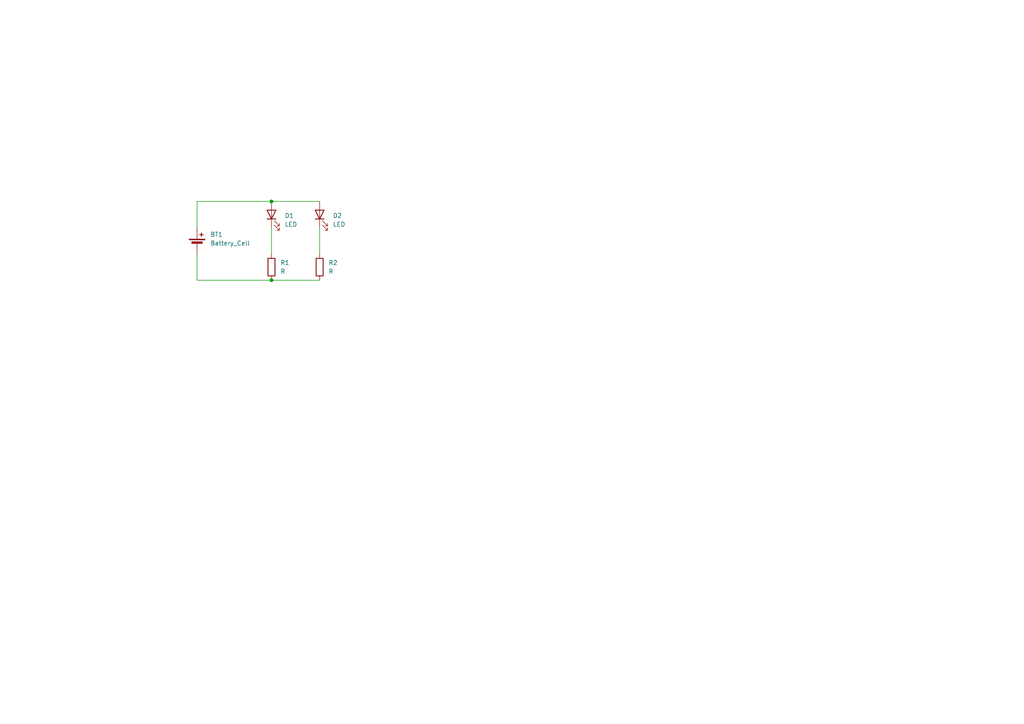
<source format=kicad_sch>
(kicad_sch
	(version 20250114)
	(generator "eeschema")
	(generator_version "9.0")
	(uuid "6524d412-e1ed-4955-afa4-34ab2da7a7ca")
	(paper "A4")
	(lib_symbols
		(symbol "Device:Battery_Cell"
			(pin_numbers
				(hide yes)
			)
			(pin_names
				(offset 0)
				(hide yes)
			)
			(exclude_from_sim no)
			(in_bom yes)
			(on_board yes)
			(property "Reference" "BT"
				(at 2.54 2.54 0)
				(effects
					(font
						(size 1.27 1.27)
					)
					(justify left)
				)
			)
			(property "Value" "Battery_Cell"
				(at 2.54 0 0)
				(effects
					(font
						(size 1.27 1.27)
					)
					(justify left)
				)
			)
			(property "Footprint" ""
				(at 0 1.524 90)
				(effects
					(font
						(size 1.27 1.27)
					)
					(hide yes)
				)
			)
			(property "Datasheet" "~"
				(at 0 1.524 90)
				(effects
					(font
						(size 1.27 1.27)
					)
					(hide yes)
				)
			)
			(property "Description" "Single-cell battery"
				(at 0 0 0)
				(effects
					(font
						(size 1.27 1.27)
					)
					(hide yes)
				)
			)
			(property "ki_keywords" "battery cell"
				(at 0 0 0)
				(effects
					(font
						(size 1.27 1.27)
					)
					(hide yes)
				)
			)
			(symbol "Battery_Cell_0_1"
				(rectangle
					(start -2.286 1.778)
					(end 2.286 1.524)
					(stroke
						(width 0)
						(type default)
					)
					(fill
						(type outline)
					)
				)
				(rectangle
					(start -1.524 1.016)
					(end 1.524 0.508)
					(stroke
						(width 0)
						(type default)
					)
					(fill
						(type outline)
					)
				)
				(polyline
					(pts
						(xy 0 1.778) (xy 0 2.54)
					)
					(stroke
						(width 0)
						(type default)
					)
					(fill
						(type none)
					)
				)
				(polyline
					(pts
						(xy 0 0.762) (xy 0 0)
					)
					(stroke
						(width 0)
						(type default)
					)
					(fill
						(type none)
					)
				)
				(polyline
					(pts
						(xy 0.762 3.048) (xy 1.778 3.048)
					)
					(stroke
						(width 0.254)
						(type default)
					)
					(fill
						(type none)
					)
				)
				(polyline
					(pts
						(xy 1.27 3.556) (xy 1.27 2.54)
					)
					(stroke
						(width 0.254)
						(type default)
					)
					(fill
						(type none)
					)
				)
			)
			(symbol "Battery_Cell_1_1"
				(pin passive line
					(at 0 5.08 270)
					(length 2.54)
					(name "+"
						(effects
							(font
								(size 1.27 1.27)
							)
						)
					)
					(number "1"
						(effects
							(font
								(size 1.27 1.27)
							)
						)
					)
				)
				(pin passive line
					(at 0 -2.54 90)
					(length 2.54)
					(name "-"
						(effects
							(font
								(size 1.27 1.27)
							)
						)
					)
					(number "2"
						(effects
							(font
								(size 1.27 1.27)
							)
						)
					)
				)
			)
			(embedded_fonts no)
		)
		(symbol "Device:LED"
			(pin_numbers
				(hide yes)
			)
			(pin_names
				(offset 1.016)
				(hide yes)
			)
			(exclude_from_sim no)
			(in_bom yes)
			(on_board yes)
			(property "Reference" "D"
				(at 0 2.54 0)
				(effects
					(font
						(size 1.27 1.27)
					)
				)
			)
			(property "Value" "LED"
				(at 0 -2.54 0)
				(effects
					(font
						(size 1.27 1.27)
					)
				)
			)
			(property "Footprint" ""
				(at 0 0 0)
				(effects
					(font
						(size 1.27 1.27)
					)
					(hide yes)
				)
			)
			(property "Datasheet" "~"
				(at 0 0 0)
				(effects
					(font
						(size 1.27 1.27)
					)
					(hide yes)
				)
			)
			(property "Description" "Light emitting diode"
				(at 0 0 0)
				(effects
					(font
						(size 1.27 1.27)
					)
					(hide yes)
				)
			)
			(property "Sim.Pins" "1=K 2=A"
				(at 0 0 0)
				(effects
					(font
						(size 1.27 1.27)
					)
					(hide yes)
				)
			)
			(property "ki_keywords" "LED diode"
				(at 0 0 0)
				(effects
					(font
						(size 1.27 1.27)
					)
					(hide yes)
				)
			)
			(property "ki_fp_filters" "LED* LED_SMD:* LED_THT:*"
				(at 0 0 0)
				(effects
					(font
						(size 1.27 1.27)
					)
					(hide yes)
				)
			)
			(symbol "LED_0_1"
				(polyline
					(pts
						(xy -3.048 -0.762) (xy -4.572 -2.286) (xy -3.81 -2.286) (xy -4.572 -2.286) (xy -4.572 -1.524)
					)
					(stroke
						(width 0)
						(type default)
					)
					(fill
						(type none)
					)
				)
				(polyline
					(pts
						(xy -1.778 -0.762) (xy -3.302 -2.286) (xy -2.54 -2.286) (xy -3.302 -2.286) (xy -3.302 -1.524)
					)
					(stroke
						(width 0)
						(type default)
					)
					(fill
						(type none)
					)
				)
				(polyline
					(pts
						(xy -1.27 0) (xy 1.27 0)
					)
					(stroke
						(width 0)
						(type default)
					)
					(fill
						(type none)
					)
				)
				(polyline
					(pts
						(xy -1.27 -1.27) (xy -1.27 1.27)
					)
					(stroke
						(width 0.254)
						(type default)
					)
					(fill
						(type none)
					)
				)
				(polyline
					(pts
						(xy 1.27 -1.27) (xy 1.27 1.27) (xy -1.27 0) (xy 1.27 -1.27)
					)
					(stroke
						(width 0.254)
						(type default)
					)
					(fill
						(type none)
					)
				)
			)
			(symbol "LED_1_1"
				(pin passive line
					(at -3.81 0 0)
					(length 2.54)
					(name "K"
						(effects
							(font
								(size 1.27 1.27)
							)
						)
					)
					(number "1"
						(effects
							(font
								(size 1.27 1.27)
							)
						)
					)
				)
				(pin passive line
					(at 3.81 0 180)
					(length 2.54)
					(name "A"
						(effects
							(font
								(size 1.27 1.27)
							)
						)
					)
					(number "2"
						(effects
							(font
								(size 1.27 1.27)
							)
						)
					)
				)
			)
			(embedded_fonts no)
		)
		(symbol "Device:R"
			(pin_numbers
				(hide yes)
			)
			(pin_names
				(offset 0)
			)
			(exclude_from_sim no)
			(in_bom yes)
			(on_board yes)
			(property "Reference" "R"
				(at 2.032 0 90)
				(effects
					(font
						(size 1.27 1.27)
					)
				)
			)
			(property "Value" "R"
				(at 0 0 90)
				(effects
					(font
						(size 1.27 1.27)
					)
				)
			)
			(property "Footprint" ""
				(at -1.778 0 90)
				(effects
					(font
						(size 1.27 1.27)
					)
					(hide yes)
				)
			)
			(property "Datasheet" "~"
				(at 0 0 0)
				(effects
					(font
						(size 1.27 1.27)
					)
					(hide yes)
				)
			)
			(property "Description" "Resistor"
				(at 0 0 0)
				(effects
					(font
						(size 1.27 1.27)
					)
					(hide yes)
				)
			)
			(property "ki_keywords" "R res resistor"
				(at 0 0 0)
				(effects
					(font
						(size 1.27 1.27)
					)
					(hide yes)
				)
			)
			(property "ki_fp_filters" "R_*"
				(at 0 0 0)
				(effects
					(font
						(size 1.27 1.27)
					)
					(hide yes)
				)
			)
			(symbol "R_0_1"
				(rectangle
					(start -1.016 -2.54)
					(end 1.016 2.54)
					(stroke
						(width 0.254)
						(type default)
					)
					(fill
						(type none)
					)
				)
			)
			(symbol "R_1_1"
				(pin passive line
					(at 0 3.81 270)
					(length 1.27)
					(name "~"
						(effects
							(font
								(size 1.27 1.27)
							)
						)
					)
					(number "1"
						(effects
							(font
								(size 1.27 1.27)
							)
						)
					)
				)
				(pin passive line
					(at 0 -3.81 90)
					(length 1.27)
					(name "~"
						(effects
							(font
								(size 1.27 1.27)
							)
						)
					)
					(number "2"
						(effects
							(font
								(size 1.27 1.27)
							)
						)
					)
				)
			)
			(embedded_fonts no)
		)
	)
	(junction
		(at 78.74 58.42)
		(diameter 0)
		(color 0 0 0 0)
		(uuid "6c89d80f-5f36-4a88-b669-94f9671853cd")
	)
	(junction
		(at 78.74 81.28)
		(diameter 0)
		(color 0 0 0 0)
		(uuid "f25ea673-b947-4c4c-851f-a8f798f0a5bc")
	)
	(wire
		(pts
			(xy 78.74 81.28) (xy 57.15 81.28)
		)
		(stroke
			(width 0)
			(type default)
		)
		(uuid "007d9180-d7c3-4ece-adab-62a283499cc0")
	)
	(wire
		(pts
			(xy 57.15 81.28) (xy 57.15 73.66)
		)
		(stroke
			(width 0)
			(type default)
		)
		(uuid "22362c1e-54fd-40d6-a8f9-bd3cb2f4f552")
	)
	(wire
		(pts
			(xy 78.74 66.04) (xy 78.74 73.66)
		)
		(stroke
			(width 0)
			(type default)
		)
		(uuid "2a57b8b8-2b1b-4d3d-ba8f-22f2585a38b2")
	)
	(wire
		(pts
			(xy 57.15 58.42) (xy 78.74 58.42)
		)
		(stroke
			(width 0)
			(type default)
		)
		(uuid "91f1198d-42ac-4bcd-b74a-dc424b9ddba6")
	)
	(wire
		(pts
			(xy 57.15 66.04) (xy 57.15 58.42)
		)
		(stroke
			(width 0)
			(type default)
		)
		(uuid "a02426d4-8b08-4fcc-8308-71c49c4f3960")
	)
	(wire
		(pts
			(xy 92.71 66.04) (xy 92.71 73.66)
		)
		(stroke
			(width 0)
			(type default)
		)
		(uuid "e51ef939-2164-4842-9eba-d90bfcf70c12")
	)
	(wire
		(pts
			(xy 78.74 58.42) (xy 92.71 58.42)
		)
		(stroke
			(width 0)
			(type default)
		)
		(uuid "f2ccc489-5468-48e4-bbfb-ce3252c8872d")
	)
	(wire
		(pts
			(xy 92.71 81.28) (xy 78.74 81.28)
		)
		(stroke
			(width 0)
			(type default)
		)
		(uuid "f92f75b1-f337-4d42-bd55-a45d33511b7f")
	)
	(symbol
		(lib_id "Device:LED")
		(at 92.71 62.23 90)
		(unit 1)
		(exclude_from_sim no)
		(in_bom yes)
		(on_board yes)
		(dnp no)
		(fields_autoplaced yes)
		(uuid "060b6463-3f46-45ce-801a-f1c6f796ae30")
		(property "Reference" "D2"
			(at 96.52 62.5474 90)
			(effects
				(font
					(size 1.27 1.27)
				)
				(justify right)
			)
		)
		(property "Value" "LED"
			(at 96.52 65.0874 90)
			(effects
				(font
					(size 1.27 1.27)
				)
				(justify right)
			)
		)
		(property "Footprint" "LED_THT:LED_D5.0mm"
			(at 92.71 62.23 0)
			(effects
				(font
					(size 1.27 1.27)
				)
				(hide yes)
			)
		)
		(property "Datasheet" "~"
			(at 92.71 62.23 0)
			(effects
				(font
					(size 1.27 1.27)
				)
				(hide yes)
			)
		)
		(property "Description" "Light emitting diode"
			(at 92.71 62.23 0)
			(effects
				(font
					(size 1.27 1.27)
				)
				(hide yes)
			)
		)
		(property "Sim.Pins" "1=K 2=A"
			(at 92.71 62.23 0)
			(effects
				(font
					(size 1.27 1.27)
				)
				(hide yes)
			)
		)
		(pin "2"
			(uuid "e3f17c63-26b9-4fc9-9ec8-ec7a13165a00")
		)
		(pin "1"
			(uuid "6ab7809c-cbfc-4327-a5b3-2c308026d921")
		)
		(instances
			(project ""
				(path "/6524d412-e1ed-4955-afa4-34ab2da7a7ca"
					(reference "D2")
					(unit 1)
				)
			)
		)
	)
	(symbol
		(lib_id "Device:R")
		(at 92.71 77.47 0)
		(unit 1)
		(exclude_from_sim no)
		(in_bom yes)
		(on_board yes)
		(dnp no)
		(fields_autoplaced yes)
		(uuid "3a89d656-1958-4876-a82d-bfe736fd263f")
		(property "Reference" "R2"
			(at 95.25 76.1999 0)
			(effects
				(font
					(size 1.27 1.27)
				)
				(justify left)
			)
		)
		(property "Value" "R"
			(at 95.25 78.7399 0)
			(effects
				(font
					(size 1.27 1.27)
				)
				(justify left)
			)
		)
		(property "Footprint" "Resistor_THT:R_Axial_DIN0207_L6.3mm_D2.5mm_P7.62mm_Horizontal"
			(at 90.932 77.47 90)
			(effects
				(font
					(size 1.27 1.27)
				)
				(hide yes)
			)
		)
		(property "Datasheet" "~"
			(at 92.71 77.47 0)
			(effects
				(font
					(size 1.27 1.27)
				)
				(hide yes)
			)
		)
		(property "Description" "Resistor"
			(at 92.71 77.47 0)
			(effects
				(font
					(size 1.27 1.27)
				)
				(hide yes)
			)
		)
		(pin "2"
			(uuid "084e69ca-a5a0-4a23-b7b1-358f7f8aca5d")
		)
		(pin "1"
			(uuid "85402ca0-7c2d-4732-adae-395244e0f6cd")
		)
		(instances
			(project ""
				(path "/6524d412-e1ed-4955-afa4-34ab2da7a7ca"
					(reference "R2")
					(unit 1)
				)
			)
		)
	)
	(symbol
		(lib_id "Device:R")
		(at 78.74 77.47 0)
		(unit 1)
		(exclude_from_sim no)
		(in_bom yes)
		(on_board yes)
		(dnp no)
		(fields_autoplaced yes)
		(uuid "6e54e966-b455-4e48-a2db-256b85c3a310")
		(property "Reference" "R1"
			(at 81.28 76.1999 0)
			(effects
				(font
					(size 1.27 1.27)
				)
				(justify left)
			)
		)
		(property "Value" "R"
			(at 81.28 78.7399 0)
			(effects
				(font
					(size 1.27 1.27)
				)
				(justify left)
			)
		)
		(property "Footprint" "Resistor_THT:R_Axial_DIN0207_L6.3mm_D2.5mm_P7.62mm_Horizontal"
			(at 76.962 77.47 90)
			(effects
				(font
					(size 1.27 1.27)
				)
				(hide yes)
			)
		)
		(property "Datasheet" "~"
			(at 78.74 77.47 0)
			(effects
				(font
					(size 1.27 1.27)
				)
				(hide yes)
			)
		)
		(property "Description" "Resistor"
			(at 78.74 77.47 0)
			(effects
				(font
					(size 1.27 1.27)
				)
				(hide yes)
			)
		)
		(pin "2"
			(uuid "bba1b3db-70ef-4ede-b1ab-4e9ecf34c728")
		)
		(pin "1"
			(uuid "7aaa7216-f227-4215-bd78-20ce28496ae3")
		)
		(instances
			(project ""
				(path "/6524d412-e1ed-4955-afa4-34ab2da7a7ca"
					(reference "R1")
					(unit 1)
				)
			)
		)
	)
	(symbol
		(lib_id "Device:LED")
		(at 78.74 62.23 90)
		(unit 1)
		(exclude_from_sim no)
		(in_bom yes)
		(on_board yes)
		(dnp no)
		(fields_autoplaced yes)
		(uuid "b69e87b0-e9b7-4915-b3fe-0e1354c79515")
		(property "Reference" "D1"
			(at 82.55 62.5474 90)
			(effects
				(font
					(size 1.27 1.27)
				)
				(justify right)
			)
		)
		(property "Value" "LED"
			(at 82.55 65.0874 90)
			(effects
				(font
					(size 1.27 1.27)
				)
				(justify right)
			)
		)
		(property "Footprint" "LED_THT:LED_D5.0mm"
			(at 78.74 62.23 0)
			(effects
				(font
					(size 1.27 1.27)
				)
				(hide yes)
			)
		)
		(property "Datasheet" "~"
			(at 78.74 62.23 0)
			(effects
				(font
					(size 1.27 1.27)
				)
				(hide yes)
			)
		)
		(property "Description" "Light emitting diode"
			(at 78.74 62.23 0)
			(effects
				(font
					(size 1.27 1.27)
				)
				(hide yes)
			)
		)
		(property "Sim.Pins" "1=K 2=A"
			(at 78.74 62.23 0)
			(effects
				(font
					(size 1.27 1.27)
				)
				(hide yes)
			)
		)
		(pin "1"
			(uuid "4c6e8c1d-3c33-4e9a-a896-24c3f6f669b3")
		)
		(pin "2"
			(uuid "98831a8d-4d58-4e09-bb0b-45579ab329db")
		)
		(instances
			(project ""
				(path "/6524d412-e1ed-4955-afa4-34ab2da7a7ca"
					(reference "D1")
					(unit 1)
				)
			)
		)
	)
	(symbol
		(lib_id "Device:Battery_Cell")
		(at 57.15 71.12 0)
		(unit 1)
		(exclude_from_sim no)
		(in_bom yes)
		(on_board yes)
		(dnp no)
		(fields_autoplaced yes)
		(uuid "fd50f381-07aa-4e48-b683-a8cddc37823b")
		(property "Reference" "BT1"
			(at 60.96 68.0084 0)
			(effects
				(font
					(size 1.27 1.27)
				)
				(justify left)
			)
		)
		(property "Value" "Battery_Cell"
			(at 60.96 70.5484 0)
			(effects
				(font
					(size 1.27 1.27)
				)
				(justify left)
			)
		)
		(property "Footprint" "Battery:BatteryHolder_Keystone_3034_1x20mm"
			(at 57.15 69.596 90)
			(effects
				(font
					(size 1.27 1.27)
				)
				(hide yes)
			)
		)
		(property "Datasheet" "~"
			(at 57.15 69.596 90)
			(effects
				(font
					(size 1.27 1.27)
				)
				(hide yes)
			)
		)
		(property "Description" "Single-cell battery"
			(at 57.15 71.12 0)
			(effects
				(font
					(size 1.27 1.27)
				)
				(hide yes)
			)
		)
		(pin "2"
			(uuid "da251412-ffad-4fde-9852-b34f234d53d8")
		)
		(pin "1"
			(uuid "964a1785-353a-4d06-aea1-27602ac06822")
		)
		(instances
			(project ""
				(path "/6524d412-e1ed-4955-afa4-34ab2da7a7ca"
					(reference "BT1")
					(unit 1)
				)
			)
		)
	)
	(sheet_instances
		(path "/"
			(page "1")
		)
	)
	(embedded_fonts no)
)

</source>
